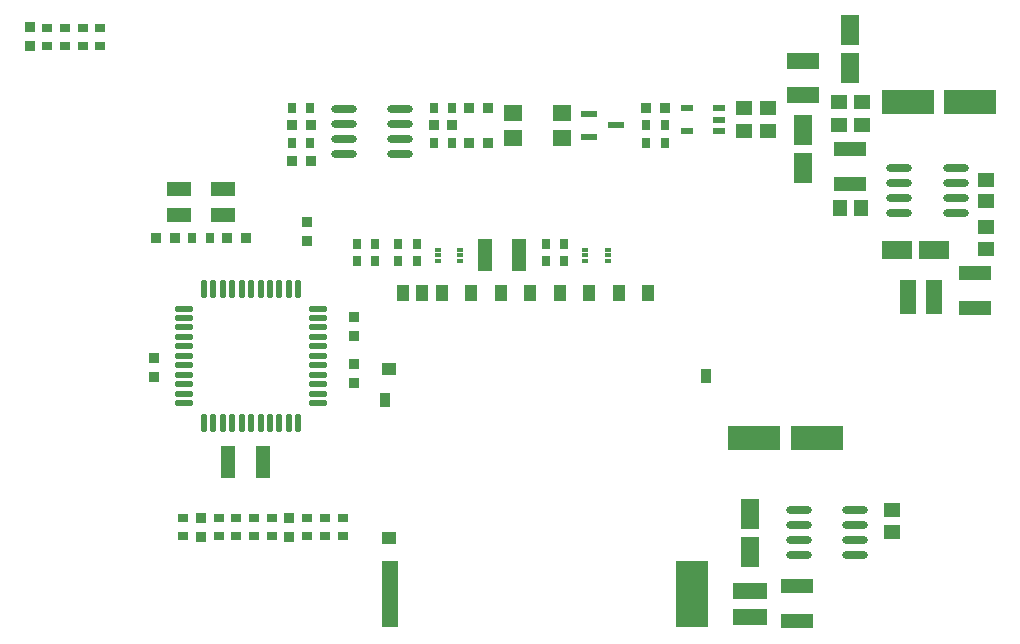
<source format=gtp>
G04*
G04 #@! TF.GenerationSoftware,Altium Limited,Altium Designer,20.0.11 (256)*
G04*
G04 Layer_Color=8421504*
%FSLAX25Y25*%
%MOIN*%
G70*
G01*
G75*
%ADD21R,0.06102X0.10039*%
%ADD22R,0.11024X0.05315*%
%ADD23R,0.03347X0.03543*%
%ADD24R,0.03347X0.03150*%
%ADD25R,0.02362X0.01378*%
%ADD26R,0.03543X0.04724*%
%ADD27R,0.11024X0.22047*%
%ADD28R,0.05315X0.22047*%
%ADD29R,0.04724X0.03937*%
%ADD30R,0.03937X0.05512*%
%ADD31R,0.04331X0.05512*%
%ADD32O,0.06299X0.02165*%
%ADD33O,0.02165X0.06299*%
%ADD34R,0.05512X0.04528*%
%ADD35O,0.08661X0.02362*%
%ADD36R,0.10630X0.04921*%
%ADD37R,0.05512X0.11811*%
%ADD38R,0.10039X0.06102*%
%ADD39R,0.04528X0.05512*%
%ADD40R,0.05315X0.04724*%
%ADD41R,0.03150X0.03347*%
%ADD42R,0.17323X0.07874*%
%ADD43R,0.05906X0.05512*%
%ADD44R,0.05709X0.02362*%
%ADD45R,0.03543X0.03347*%
%ADD46R,0.04921X0.10630*%
%ADD47R,0.07874X0.04724*%
%ADD48R,0.11811X0.05512*%
%ADD49R,0.03937X0.02362*%
D21*
X311024Y43701D02*
D03*
Y31102D02*
D03*
X328740Y171653D02*
D03*
Y159055D02*
D03*
X344488Y205118D02*
D03*
Y192520D02*
D03*
D22*
X328740Y194587D02*
D03*
Y183366D02*
D03*
D23*
X282677Y179134D02*
D03*
X276378D02*
D03*
X164567Y173228D02*
D03*
X158268D02*
D03*
X164567Y161417D02*
D03*
X158268D02*
D03*
X205512Y173228D02*
D03*
X211811D02*
D03*
X217323Y167323D02*
D03*
X223622D02*
D03*
X223622Y179134D02*
D03*
X217323D02*
D03*
X119291Y135827D02*
D03*
X112992D02*
D03*
X136614D02*
D03*
X142913D02*
D03*
D24*
X175197Y42421D02*
D03*
Y36319D02*
D03*
X145669D02*
D03*
Y42421D02*
D03*
X94488Y205807D02*
D03*
Y199705D02*
D03*
X88583Y205807D02*
D03*
Y199705D02*
D03*
X133858Y42421D02*
D03*
Y36319D02*
D03*
X122047Y42421D02*
D03*
Y36319D02*
D03*
X169291Y42421D02*
D03*
Y36319D02*
D03*
X139764Y42421D02*
D03*
Y36319D02*
D03*
X151575Y42421D02*
D03*
Y36319D02*
D03*
X163386Y42421D02*
D03*
Y36319D02*
D03*
X76772Y205807D02*
D03*
Y199705D02*
D03*
X82677Y205807D02*
D03*
Y199705D02*
D03*
D25*
X214370Y131890D02*
D03*
Y129921D02*
D03*
Y127953D02*
D03*
X206890D02*
D03*
Y129921D02*
D03*
Y131890D02*
D03*
X263583Y127953D02*
D03*
Y129921D02*
D03*
Y131890D02*
D03*
X256102D02*
D03*
Y129921D02*
D03*
Y127953D02*
D03*
D26*
X296280Y89567D02*
D03*
X189193Y81693D02*
D03*
D27*
X291752Y16929D02*
D03*
D28*
X190866D02*
D03*
D29*
X190571Y35827D02*
D03*
Y91929D02*
D03*
D30*
X195453Y117323D02*
D03*
D31*
X201772D02*
D03*
X208465D02*
D03*
X277067D02*
D03*
X218012D02*
D03*
X227854D02*
D03*
X237697D02*
D03*
X247539D02*
D03*
X257382D02*
D03*
X267224D02*
D03*
D32*
X122441Y80709D02*
D03*
Y83858D02*
D03*
Y87008D02*
D03*
Y90158D02*
D03*
Y93307D02*
D03*
Y96457D02*
D03*
Y99606D02*
D03*
Y102756D02*
D03*
Y105905D02*
D03*
Y109055D02*
D03*
Y112205D02*
D03*
X166929Y112205D02*
D03*
Y109055D02*
D03*
Y105905D02*
D03*
Y102756D02*
D03*
Y99606D02*
D03*
Y96457D02*
D03*
Y93307D02*
D03*
Y90158D02*
D03*
Y87008D02*
D03*
Y83858D02*
D03*
Y80709D02*
D03*
D33*
X128937Y118701D02*
D03*
X132087D02*
D03*
X135236D02*
D03*
X138386D02*
D03*
X141535D02*
D03*
X144685D02*
D03*
X147835D02*
D03*
X150984D02*
D03*
X154134D02*
D03*
X157283D02*
D03*
X160433D02*
D03*
X160433Y74213D02*
D03*
X157283D02*
D03*
X154134D02*
D03*
X150984D02*
D03*
X147835D02*
D03*
X144685D02*
D03*
X141535D02*
D03*
X138386D02*
D03*
X135236D02*
D03*
X132087D02*
D03*
X128937D02*
D03*
D34*
X358268Y37697D02*
D03*
Y44980D02*
D03*
X389764Y155217D02*
D03*
Y147933D02*
D03*
Y132185D02*
D03*
Y139469D02*
D03*
D35*
X327165Y44902D02*
D03*
Y39902D02*
D03*
Y34902D02*
D03*
Y29902D02*
D03*
X346063Y44902D02*
D03*
Y39902D02*
D03*
Y34902D02*
D03*
Y29902D02*
D03*
X379528Y144075D02*
D03*
Y149075D02*
D03*
Y154075D02*
D03*
Y159075D02*
D03*
X360630Y144075D02*
D03*
Y149075D02*
D03*
Y154075D02*
D03*
Y159075D02*
D03*
X175591Y178760D02*
D03*
Y173760D02*
D03*
Y168760D02*
D03*
Y163760D02*
D03*
X194488Y178760D02*
D03*
Y173760D02*
D03*
Y168760D02*
D03*
Y163760D02*
D03*
D36*
X385827Y123917D02*
D03*
Y112303D02*
D03*
X344488Y165256D02*
D03*
Y153642D02*
D03*
X326772Y19587D02*
D03*
Y7972D02*
D03*
D37*
X372441Y116142D02*
D03*
X363779D02*
D03*
D38*
X372441Y131890D02*
D03*
X359842D02*
D03*
D39*
X348130Y145669D02*
D03*
X340846D02*
D03*
D40*
X348425Y173425D02*
D03*
Y180905D02*
D03*
X340551Y180905D02*
D03*
Y173425D02*
D03*
X309055Y171457D02*
D03*
Y178937D02*
D03*
X316929Y171457D02*
D03*
Y178937D02*
D03*
D41*
X164469Y167323D02*
D03*
X158366D02*
D03*
X205610Y167323D02*
D03*
X211713D02*
D03*
X205610Y179134D02*
D03*
X211713D02*
D03*
X164469Y179134D02*
D03*
X158366D02*
D03*
X180020Y133858D02*
D03*
X186122D02*
D03*
X131004Y135827D02*
D03*
X124902D02*
D03*
X282579Y167323D02*
D03*
X276476D02*
D03*
Y173228D02*
D03*
X282579D02*
D03*
X186122Y127953D02*
D03*
X180020D02*
D03*
X193799D02*
D03*
X199902D02*
D03*
X193799Y133858D02*
D03*
X199902D02*
D03*
X243012Y127953D02*
D03*
X249114D02*
D03*
X243012Y133858D02*
D03*
X249114D02*
D03*
D42*
X384449Y181102D02*
D03*
X363583D02*
D03*
X333268Y68898D02*
D03*
X312402D02*
D03*
D43*
X248327Y168898D02*
D03*
Y177559D02*
D03*
X231988Y168898D02*
D03*
Y177559D02*
D03*
D44*
X266240Y173228D02*
D03*
X257382Y169488D02*
D03*
Y176969D02*
D03*
D45*
X112205Y89370D02*
D03*
Y95669D02*
D03*
X70866Y205906D02*
D03*
Y199606D02*
D03*
X163386Y134766D02*
D03*
Y141065D02*
D03*
X179134Y103150D02*
D03*
Y109449D02*
D03*
X127953Y42520D02*
D03*
Y36220D02*
D03*
X179134Y93701D02*
D03*
Y87402D02*
D03*
X157480Y36220D02*
D03*
Y42520D02*
D03*
D46*
X137106Y61024D02*
D03*
X148721D02*
D03*
X222539Y129921D02*
D03*
X234154D02*
D03*
D47*
X120669Y143307D02*
D03*
Y151969D02*
D03*
X135236Y143307D02*
D03*
Y151969D02*
D03*
D48*
X311024Y9449D02*
D03*
Y18110D02*
D03*
D49*
X289961Y171457D02*
D03*
Y178937D02*
D03*
X300590D02*
D03*
Y175197D02*
D03*
Y171457D02*
D03*
M02*

</source>
